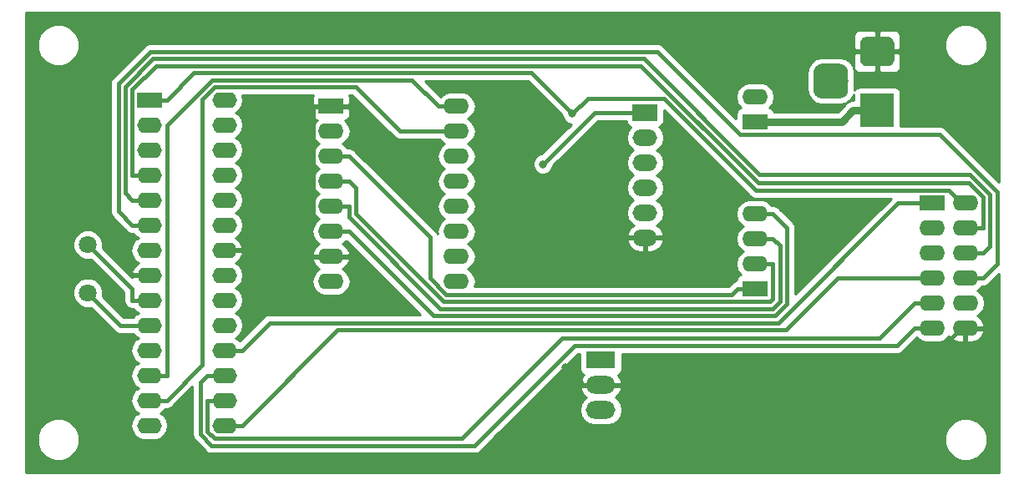
<source format=gbr>
G04 #@! TF.GenerationSoftware,KiCad,Pcbnew,(5.0.1)-rc2*
G04 #@! TF.CreationDate,2020-08-26T14:01:22+08:00*
G04 #@! TF.ProjectId,Peristaltic Pump PCB,506572697374616C7469632050756D70,rev?*
G04 #@! TF.SameCoordinates,PX2ebae40PY9d5b340*
G04 #@! TF.FileFunction,Copper,L2,Bot,Signal*
G04 #@! TF.FilePolarity,Positive*
%FSLAX46Y46*%
G04 Gerber Fmt 4.6, Leading zero omitted, Abs format (unit mm)*
G04 Created by KiCad (PCBNEW (5.0.1)-rc2) date 08/26/20 14:01:22*
%MOMM*%
%LPD*%
G01*
G04 APERTURE LIST*
G04 #@! TA.AperFunction,ComponentPad*
%ADD10C,1.800000*%
G04 #@! TD*
G04 #@! TA.AperFunction,ComponentPad*
%ADD11R,2.500000X1.700000*%
G04 #@! TD*
G04 #@! TA.AperFunction,ComponentPad*
%ADD12O,2.500000X1.700000*%
G04 #@! TD*
G04 #@! TA.AperFunction,ComponentPad*
%ADD13O,2.500000X1.600000*%
G04 #@! TD*
G04 #@! TA.AperFunction,ComponentPad*
%ADD14R,2.500000X1.600000*%
G04 #@! TD*
G04 #@! TA.AperFunction,ComponentPad*
%ADD15R,3.500000X3.500000*%
G04 #@! TD*
G04 #@! TA.AperFunction,Conductor*
%ADD16C,0.100000*%
G04 #@! TD*
G04 #@! TA.AperFunction,ComponentPad*
%ADD17C,3.000000*%
G04 #@! TD*
G04 #@! TA.AperFunction,ComponentPad*
%ADD18C,3.500000*%
G04 #@! TD*
G04 #@! TA.AperFunction,ComponentPad*
%ADD19R,2.600000X1.600000*%
G04 #@! TD*
G04 #@! TA.AperFunction,ComponentPad*
%ADD20O,2.600000X1.600000*%
G04 #@! TD*
G04 #@! TA.AperFunction,ComponentPad*
%ADD21R,3.000000X1.800000*%
G04 #@! TD*
G04 #@! TA.AperFunction,ComponentPad*
%ADD22O,3.000000X1.800000*%
G04 #@! TD*
G04 #@! TA.AperFunction,ViaPad*
%ADD23C,0.800000*%
G04 #@! TD*
G04 #@! TA.AperFunction,Conductor*
%ADD24C,0.400000*%
G04 #@! TD*
G04 #@! TA.AperFunction,Conductor*
%ADD25C,0.800000*%
G04 #@! TD*
G04 #@! TA.AperFunction,Conductor*
%ADD26C,0.254000*%
G04 #@! TD*
G04 APERTURE END LIST*
D10*
G04 #@! TO.P,Y1,1*
G04 #@! TO.N,/XTAL1*
X6975000Y23760000D03*
G04 #@! TO.P,Y1,2*
G04 #@! TO.N,/XTAL2*
X6975000Y18880000D03*
G04 #@! TD*
D11*
G04 #@! TO.P,J1,1*
G04 #@! TO.N,/DTR*
X63475000Y37175000D03*
D12*
G04 #@! TO.P,J1,2*
G04 #@! TO.N,/TXD*
X63475000Y34635000D03*
G04 #@! TO.P,J1,3*
G04 #@! TO.N,/RXD*
X63475000Y32095000D03*
G04 #@! TO.P,J1,4*
G04 #@! TO.N,+5V*
X63475000Y29555000D03*
G04 #@! TO.P,J1,5*
G04 #@! TO.N,N/C*
X63475000Y27015000D03*
G04 #@! TO.P,J1,6*
G04 #@! TO.N,GND*
X63475000Y24475000D03*
G04 #@! TD*
D13*
G04 #@! TO.P,U1,28*
G04 #@! TO.N,N/C*
X20850000Y38445000D03*
G04 #@! TO.P,U1,14*
G04 #@! TO.N,/D8*
X13230000Y5425000D03*
G04 #@! TO.P,U1,27*
G04 #@! TO.N,N/C*
X20850000Y35905000D03*
G04 #@! TO.P,U1,13*
G04 #@! TO.N,/D7*
X13230000Y7965000D03*
G04 #@! TO.P,U1,26*
G04 #@! TO.N,N/C*
X20850000Y33365000D03*
G04 #@! TO.P,U1,12*
G04 #@! TO.N,/D6*
X13230000Y10505000D03*
G04 #@! TO.P,U1,25*
G04 #@! TO.N,N/C*
X20850000Y30825000D03*
G04 #@! TO.P,U1,11*
X13230000Y13045000D03*
G04 #@! TO.P,U1,24*
X20850000Y28285000D03*
G04 #@! TO.P,U1,10*
G04 #@! TO.N,/XTAL2*
X13230000Y15585000D03*
G04 #@! TO.P,U1,23*
G04 #@! TO.N,N/C*
X20850000Y25745000D03*
G04 #@! TO.P,U1,9*
G04 #@! TO.N,/XTAL1*
X13230000Y18125000D03*
G04 #@! TO.P,U1,22*
G04 #@! TO.N,GND*
X20850000Y23205000D03*
G04 #@! TO.P,U1,8*
X13230000Y20665000D03*
G04 #@! TO.P,U1,21*
G04 #@! TO.N,Net-(C3-Pad1)*
X20850000Y20665000D03*
G04 #@! TO.P,U1,7*
G04 #@! TO.N,+5V*
X13230000Y23205000D03*
G04 #@! TO.P,U1,20*
X20850000Y18125000D03*
G04 #@! TO.P,U1,6*
G04 #@! TO.N,/D4*
X13230000Y25745000D03*
G04 #@! TO.P,U1,19*
G04 #@! TO.N,/D13*
X20850000Y15585000D03*
G04 #@! TO.P,U1,5*
G04 #@! TO.N,/D3*
X13230000Y28285000D03*
G04 #@! TO.P,U1,18*
G04 #@! TO.N,/D12*
X20850000Y13045000D03*
G04 #@! TO.P,U1,4*
G04 #@! TO.N,/D2*
X13230000Y30825000D03*
G04 #@! TO.P,U1,17*
G04 #@! TO.N,/D11*
X20850000Y10505000D03*
G04 #@! TO.P,U1,3*
G04 #@! TO.N,/TXD*
X13230000Y33365000D03*
G04 #@! TO.P,U1,16*
G04 #@! TO.N,/D10*
X20850000Y7965000D03*
G04 #@! TO.P,U1,2*
G04 #@! TO.N,/RXD*
X13230000Y35905000D03*
G04 #@! TO.P,U1,15*
G04 #@! TO.N,/D9*
X20850000Y5425000D03*
D14*
G04 #@! TO.P,U1,1*
G04 #@! TO.N,/RST*
X13230000Y38445000D03*
G04 #@! TD*
D15*
G04 #@! TO.P,J3,1*
G04 #@! TO.N,/POWER_SWITCH*
X87000000Y37365000D03*
D16*
G04 #@! TD*
G04 #@! TO.N,GND*
G04 #@! TO.C,J3*
G36*
X88073513Y44861389D02*
X88146318Y44850589D01*
X88217714Y44832705D01*
X88287013Y44807910D01*
X88353548Y44776441D01*
X88416678Y44738602D01*
X88475795Y44694758D01*
X88530330Y44645330D01*
X88579758Y44590795D01*
X88623602Y44531678D01*
X88661441Y44468548D01*
X88692910Y44402013D01*
X88717705Y44332714D01*
X88735589Y44261318D01*
X88746389Y44188513D01*
X88750000Y44115000D01*
X88750000Y42615000D01*
X88746389Y42541487D01*
X88735589Y42468682D01*
X88717705Y42397286D01*
X88692910Y42327987D01*
X88661441Y42261452D01*
X88623602Y42198322D01*
X88579758Y42139205D01*
X88530330Y42084670D01*
X88475795Y42035242D01*
X88416678Y41991398D01*
X88353548Y41953559D01*
X88287013Y41922090D01*
X88217714Y41897295D01*
X88146318Y41879411D01*
X88073513Y41868611D01*
X88000000Y41865000D01*
X86000000Y41865000D01*
X85926487Y41868611D01*
X85853682Y41879411D01*
X85782286Y41897295D01*
X85712987Y41922090D01*
X85646452Y41953559D01*
X85583322Y41991398D01*
X85524205Y42035242D01*
X85469670Y42084670D01*
X85420242Y42139205D01*
X85376398Y42198322D01*
X85338559Y42261452D01*
X85307090Y42327987D01*
X85282295Y42397286D01*
X85264411Y42468682D01*
X85253611Y42541487D01*
X85250000Y42615000D01*
X85250000Y44115000D01*
X85253611Y44188513D01*
X85264411Y44261318D01*
X85282295Y44332714D01*
X85307090Y44402013D01*
X85338559Y44468548D01*
X85376398Y44531678D01*
X85420242Y44590795D01*
X85469670Y44645330D01*
X85524205Y44694758D01*
X85583322Y44738602D01*
X85646452Y44776441D01*
X85712987Y44807910D01*
X85782286Y44832705D01*
X85853682Y44850589D01*
X85926487Y44861389D01*
X86000000Y44865000D01*
X88000000Y44865000D01*
X88073513Y44861389D01*
X88073513Y44861389D01*
G37*
D17*
G04 #@! TO.P,J3,2*
G04 #@! TO.N,GND*
X87000000Y43365000D03*
D16*
G04 #@! TD*
G04 #@! TO.N,N/C*
G04 #@! TO.C,J3*
G36*
X83260765Y42110787D02*
X83345704Y42098187D01*
X83428999Y42077323D01*
X83509848Y42048395D01*
X83587472Y42011681D01*
X83661124Y41967536D01*
X83730094Y41916384D01*
X83793718Y41858718D01*
X83851384Y41795094D01*
X83902536Y41726124D01*
X83946681Y41652472D01*
X83983395Y41574848D01*
X84012323Y41493999D01*
X84033187Y41410704D01*
X84045787Y41325765D01*
X84050000Y41240000D01*
X84050000Y39490000D01*
X84045787Y39404235D01*
X84033187Y39319296D01*
X84012323Y39236001D01*
X83983395Y39155152D01*
X83946681Y39077528D01*
X83902536Y39003876D01*
X83851384Y38934906D01*
X83793718Y38871282D01*
X83730094Y38813616D01*
X83661124Y38762464D01*
X83587472Y38718319D01*
X83509848Y38681605D01*
X83428999Y38652677D01*
X83345704Y38631813D01*
X83260765Y38619213D01*
X83175000Y38615000D01*
X81425000Y38615000D01*
X81339235Y38619213D01*
X81254296Y38631813D01*
X81171001Y38652677D01*
X81090152Y38681605D01*
X81012528Y38718319D01*
X80938876Y38762464D01*
X80869906Y38813616D01*
X80806282Y38871282D01*
X80748616Y38934906D01*
X80697464Y39003876D01*
X80653319Y39077528D01*
X80616605Y39155152D01*
X80587677Y39236001D01*
X80566813Y39319296D01*
X80554213Y39404235D01*
X80550000Y39490000D01*
X80550000Y41240000D01*
X80554213Y41325765D01*
X80566813Y41410704D01*
X80587677Y41493999D01*
X80616605Y41574848D01*
X80653319Y41652472D01*
X80697464Y41726124D01*
X80748616Y41795094D01*
X80806282Y41858718D01*
X80869906Y41916384D01*
X80938876Y41967536D01*
X81012528Y42011681D01*
X81090152Y42048395D01*
X81171001Y42077323D01*
X81254296Y42098187D01*
X81339235Y42110787D01*
X81425000Y42115000D01*
X83175000Y42115000D01*
X83260765Y42110787D01*
X83260765Y42110787D01*
G37*
D18*
G04 #@! TO.P,J3,3*
G04 #@! TO.N,N/C*
X82300000Y40365000D03*
G04 #@! TD*
D19*
G04 #@! TO.P,J4,1*
G04 #@! TO.N,Net-(A1-Pad3)*
X74636000Y19285000D03*
D20*
G04 #@! TO.P,J4,2*
G04 #@! TO.N,Net-(A1-Pad4)*
X74636000Y21825000D03*
G04 #@! TO.P,J4,3*
G04 #@! TO.N,Net-(A1-Pad5)*
X74636000Y24365000D03*
G04 #@! TO.P,J4,4*
G04 #@! TO.N,Net-(A1-Pad6)*
X74636000Y26905000D03*
G04 #@! TD*
G04 #@! TO.P,J5,12*
G04 #@! TO.N,GND*
X95940000Y15300000D03*
G04 #@! TO.P,J5,11*
G04 #@! TO.N,/D11*
X92600000Y15300000D03*
G04 #@! TO.P,J5,10*
G04 #@! TO.N,+5V*
X95940000Y17840000D03*
G04 #@! TO.P,J5,9*
G04 #@! TO.N,/D10*
X92600000Y17840000D03*
G04 #@! TO.P,J5,8*
G04 #@! TO.N,/D4*
X95940000Y20380000D03*
G04 #@! TO.P,J5,7*
G04 #@! TO.N,/D9*
X92600000Y20380000D03*
G04 #@! TO.P,J5,6*
G04 #@! TO.N,/D3*
X95940000Y22920000D03*
G04 #@! TO.P,J5,5*
G04 #@! TO.N,/D8*
X92600000Y22920000D03*
G04 #@! TO.P,J5,4*
G04 #@! TO.N,/D2*
X95940000Y25460000D03*
G04 #@! TO.P,J5,3*
G04 #@! TO.N,/D13*
X92600000Y25460000D03*
G04 #@! TO.P,J5,2*
G04 #@! TO.N,/RST*
X95940000Y28000000D03*
D19*
G04 #@! TO.P,J5,1*
G04 #@! TO.N,/D12*
X92600000Y28000000D03*
G04 #@! TD*
D21*
G04 #@! TO.P,U2,1*
G04 #@! TO.N,+12V*
X59000000Y12080000D03*
D22*
G04 #@! TO.P,U2,2*
G04 #@! TO.N,GND*
X59000000Y9540000D03*
G04 #@! TO.P,U2,3*
G04 #@! TO.N,+5V*
X59000000Y7000000D03*
G04 #@! TD*
D19*
G04 #@! TO.P,A1,1*
G04 #@! TO.N,GND*
X31645000Y37810000D03*
D20*
G04 #@! TO.P,A1,9*
G04 #@! TO.N,N/C*
X44345000Y20030000D03*
G04 #@! TO.P,A1,2*
G04 #@! TO.N,+5V*
X31645000Y35270000D03*
G04 #@! TO.P,A1,10*
G04 #@! TO.N,N/C*
X44345000Y22570000D03*
G04 #@! TO.P,A1,3*
G04 #@! TO.N,Net-(A1-Pad3)*
X31645000Y32730000D03*
G04 #@! TO.P,A1,11*
G04 #@! TO.N,N/C*
X44345000Y25110000D03*
G04 #@! TO.P,A1,4*
G04 #@! TO.N,Net-(A1-Pad4)*
X31645000Y30190000D03*
G04 #@! TO.P,A1,12*
G04 #@! TO.N,N/C*
X44345000Y27650000D03*
G04 #@! TO.P,A1,5*
G04 #@! TO.N,Net-(A1-Pad5)*
X31645000Y27650000D03*
G04 #@! TO.P,A1,13*
G04 #@! TO.N,Net-(A1-Pad13)*
X44345000Y30190000D03*
G04 #@! TO.P,A1,6*
G04 #@! TO.N,Net-(A1-Pad6)*
X31645000Y25110000D03*
G04 #@! TO.P,A1,14*
G04 #@! TO.N,Net-(A1-Pad13)*
X44345000Y32730000D03*
G04 #@! TO.P,A1,7*
G04 #@! TO.N,GND*
X31645000Y22570000D03*
G04 #@! TO.P,A1,15*
G04 #@! TO.N,/D7*
X44345000Y35270000D03*
G04 #@! TO.P,A1,8*
G04 #@! TO.N,+12V*
X31645000Y20030000D03*
G04 #@! TO.P,A1,16*
G04 #@! TO.N,/D6*
X44345000Y37810000D03*
G04 #@! TD*
D19*
G04 #@! TO.P,J2,1*
G04 #@! TO.N,/POWER_SWITCH*
X74636000Y36220000D03*
D20*
G04 #@! TO.P,J2,2*
G04 #@! TO.N,+12V*
X74636000Y38760000D03*
G04 #@! TD*
D23*
G04 #@! TO.N,GND*
X55431600Y11357200D03*
G04 #@! TO.N,/DTR*
X53110300Y31937500D03*
G04 #@! TO.N,/RST*
X56106400Y37032800D03*
G04 #@! TD*
D24*
G04 #@! TO.N,GND*
X56999700Y9789100D02*
X55431600Y11357200D01*
X29844700Y25805300D02*
X28227100Y24187700D01*
X28227100Y24187700D02*
X29844700Y22570000D01*
X28227100Y24187700D02*
X27244400Y23205000D01*
X31645000Y37810000D02*
X29844700Y37810000D01*
X27244400Y23205000D02*
X22600300Y23205000D01*
X31645000Y22570000D02*
X29844700Y22570000D01*
X29844700Y37810000D02*
X29844700Y25805300D01*
X95540000Y15300000D02*
X89780000Y9540000D01*
X89780000Y9540000D02*
X59000000Y9540000D01*
X59000000Y9540000D02*
X56999700Y9540000D01*
X56999700Y9540000D02*
X56999700Y9789100D01*
X20850000Y23205000D02*
X22600300Y23205000D01*
G04 #@! TO.N,Net-(A1-Pad3)*
X41653700Y20375000D02*
X41653700Y24521700D01*
X72271500Y18720800D02*
X43307900Y18720800D01*
X72835700Y19285000D02*
X72271500Y18720800D01*
X74636000Y19285000D02*
X72835700Y19285000D01*
X41653700Y24521700D02*
X41653600Y24521700D01*
X43307900Y18720800D02*
X41653700Y20375000D01*
X31645000Y32730000D02*
X33445300Y32730000D01*
X41653600Y24521700D02*
X33445300Y32730000D01*
G04 #@! TO.N,Net-(A1-Pad4)*
X74636000Y21825000D02*
X76436300Y21825000D01*
X31645000Y30190000D02*
X33445300Y30190000D01*
X34145700Y29489600D02*
X33445300Y30190000D01*
X76436300Y21825000D02*
X76436300Y18275100D01*
X76145800Y17984600D02*
X43053600Y17984600D01*
X43053600Y17984600D02*
X34145700Y26892500D01*
X76436300Y18275100D02*
X76145800Y17984600D01*
X34145700Y26892500D02*
X34145700Y29489600D01*
G04 #@! TO.N,Net-(A1-Pad5)*
X31645000Y27650000D02*
X33445300Y27650000D01*
X74636000Y24365000D02*
X76436300Y24365000D01*
X76391000Y17239500D02*
X42730800Y17239500D01*
X42730800Y17239500D02*
X33445300Y26525000D01*
X77136600Y17985100D02*
X76391000Y17239500D01*
X77136600Y23664700D02*
X77136600Y17985100D01*
X76436300Y24365000D02*
X77136600Y23664700D01*
X33445300Y26525000D02*
X33445300Y27650000D01*
G04 #@! TO.N,Net-(A1-Pad6)*
X74636000Y26905000D02*
X76436300Y26905000D01*
X77865700Y25475600D02*
X77865700Y17723900D01*
X76681000Y16539200D02*
X42016100Y16539200D01*
X31645000Y25110000D02*
X33445300Y25110000D01*
X76436300Y26905000D02*
X77865700Y25475600D01*
X77865700Y17723900D02*
X76681000Y16539200D01*
X42016100Y16539200D02*
X33445300Y25110000D01*
G04 #@! TO.N,/D7*
X13230000Y7965000D02*
X14980300Y7965000D01*
X34111400Y39783100D02*
X38624500Y35270000D01*
X38624500Y35270000D02*
X44345000Y35270000D01*
X18562400Y11547100D02*
X18562400Y38486100D01*
X14980300Y7965000D02*
X18562400Y11547100D01*
X19859400Y39783100D02*
X34111400Y39783100D01*
X18562400Y38486100D02*
X19859400Y39783100D01*
G04 #@! TO.N,/D6*
X39864200Y40490500D02*
X19573800Y40490500D01*
X42544700Y37810000D02*
X39864200Y40490500D01*
X13230000Y10505000D02*
X14980300Y10505000D01*
X19573800Y40490500D02*
X14980300Y35897000D01*
X14980300Y35897000D02*
X14980300Y10505000D01*
X44345000Y37810000D02*
X42544700Y37810000D01*
G04 #@! TO.N,/XTAL1*
X11479700Y19255300D02*
X6975000Y23760000D01*
X11479700Y18125000D02*
X11479700Y19255300D01*
X13230000Y18125000D02*
X11479700Y18125000D01*
G04 #@! TO.N,/XTAL2*
X10270000Y15585000D02*
X6975000Y18880000D01*
X13230000Y15585000D02*
X10270000Y15585000D01*
G04 #@! TO.N,/DTR*
X63475000Y37175000D02*
X58347800Y37175000D01*
X58347800Y37175000D02*
X53110300Y31937500D01*
G04 #@! TO.N,/RST*
X65359800Y38608500D02*
X57682100Y38608500D01*
X13230000Y38445000D02*
X14980300Y38445000D01*
X74667900Y29300400D02*
X65359800Y38608500D01*
X51931600Y41207600D02*
X56106400Y37032800D01*
X57682100Y38608500D02*
X56106400Y37032800D01*
X94239600Y29300400D02*
X74667900Y29300400D01*
X95540000Y28000000D02*
X94239600Y29300400D01*
X17742900Y41207600D02*
X51931600Y41207600D01*
X14980300Y38445000D02*
X17742900Y41207600D01*
D25*
G04 #@! TO.N,/POWER_SWITCH*
X83404700Y36220000D02*
X74636000Y36220000D01*
X84549700Y37365000D02*
X83404700Y36220000D01*
X87000000Y37365000D02*
X84549700Y37365000D01*
D24*
G04 #@! TO.N,/D11*
X46202000Y3401100D02*
X56341700Y13540800D01*
X56341700Y13540800D02*
X89040500Y13540800D01*
X19525900Y3401100D02*
X46202000Y3401100D01*
X20850000Y10505000D02*
X19099700Y10505000D01*
X19099700Y10505000D02*
X18399400Y9804700D01*
X89040500Y13540800D02*
X90799700Y15300000D01*
X18399400Y9804700D02*
X18399400Y4527600D01*
X93000000Y15300000D02*
X90799700Y15300000D01*
X18399400Y4527600D02*
X19525900Y3401100D01*
G04 #@! TO.N,/D10*
X44911300Y4101400D02*
X55073100Y14263200D01*
X55073100Y14263200D02*
X87222900Y14263200D01*
X20850000Y7965000D02*
X19099700Y7965000D01*
X19815900Y4101400D02*
X44911300Y4101400D01*
X87222900Y14263200D02*
X90799700Y17840000D01*
X19099700Y4817600D02*
X19815900Y4101400D01*
X93000000Y17840000D02*
X90799700Y17840000D01*
X19099700Y7965000D02*
X19099700Y4817600D01*
G04 #@! TO.N,/D4*
X97740300Y20380000D02*
X99140900Y21780600D01*
X99140900Y21780600D02*
X99140900Y29137000D01*
X93358300Y34919600D02*
X73125700Y34919600D01*
X13313600Y43317200D02*
X10079100Y40082700D01*
X10079100Y40082700D02*
X10079100Y27145600D01*
X10079100Y27145600D02*
X11479700Y25745000D01*
X95540000Y20380000D02*
X97740300Y20380000D01*
X13230000Y25745000D02*
X11479700Y25745000D01*
X64728100Y43317200D02*
X13313600Y43317200D01*
X73125700Y34919600D02*
X64728100Y43317200D01*
X99140900Y29137000D02*
X93358300Y34919600D01*
G04 #@! TO.N,/D9*
X82997500Y20380000D02*
X77756000Y15138500D01*
X32313800Y15138500D02*
X22600300Y5425000D01*
X93000000Y20380000D02*
X82997500Y20380000D01*
X20850000Y5425000D02*
X22600300Y5425000D01*
X77756000Y15138500D02*
X32313800Y15138500D01*
G04 #@! TO.N,/D3*
X97740300Y22920000D02*
X98440600Y23620300D01*
X63332400Y42616900D02*
X13603600Y42616900D01*
X13603600Y42616900D02*
X10779400Y39792700D01*
X10779400Y39792700D02*
X10779400Y28985300D01*
X95540000Y22920000D02*
X97740300Y22920000D01*
X10779400Y28985300D02*
X11479700Y28285000D01*
X98440600Y23620300D02*
X98440600Y28847000D01*
X96381200Y30906400D02*
X75042900Y30906400D01*
X98440600Y28847000D02*
X96381200Y30906400D01*
X13230000Y28285000D02*
X11479700Y28285000D01*
X75042900Y30906400D02*
X63332400Y42616900D01*
G04 #@! TO.N,/D2*
X74958000Y30000800D02*
X63042200Y41916600D01*
X96296500Y30000800D02*
X74958000Y30000800D01*
X95540000Y25460000D02*
X97740300Y25460000D01*
X63042200Y41916600D02*
X13893600Y41916600D01*
X97740300Y25460000D02*
X97740300Y28557000D01*
X11479700Y39502700D02*
X11479700Y30825000D01*
X13893600Y41916600D02*
X11479700Y39502700D01*
X97740300Y28557000D02*
X96296500Y30000800D01*
X13230000Y30825000D02*
X11479700Y30825000D01*
G04 #@! TO.N,/D12*
X20850000Y13045000D02*
X22600300Y13045000D01*
X93000000Y28000000D02*
X89132200Y28000000D01*
X89132200Y28000000D02*
X76971100Y15838900D01*
X76971100Y15838900D02*
X25394200Y15838900D01*
X25394200Y15838900D02*
X22600300Y13045000D01*
G04 #@! TD*
D26*
G04 #@! TO.N,GND*
G36*
X99315001Y30143768D02*
X94006887Y35451880D01*
X93960301Y35521601D01*
X93684101Y35706152D01*
X93440537Y35754600D01*
X93440533Y35754600D01*
X93358300Y35770957D01*
X93276067Y35754600D01*
X89397440Y35754600D01*
X89397440Y39115000D01*
X89348157Y39362765D01*
X89207809Y39572809D01*
X88997765Y39713157D01*
X88750000Y39762440D01*
X85250000Y39762440D01*
X85002235Y39713157D01*
X84792191Y39572809D01*
X84680731Y39405999D01*
X84697440Y39490000D01*
X84697440Y41240000D01*
X84581551Y41822613D01*
X84251528Y42316528D01*
X83757613Y42646551D01*
X83175000Y42762440D01*
X81425000Y42762440D01*
X80842387Y42646551D01*
X80348472Y42316528D01*
X80018449Y41822613D01*
X79902560Y41240000D01*
X79902560Y39490000D01*
X80018449Y38907387D01*
X80348472Y38413472D01*
X80842387Y38083449D01*
X81425000Y37967560D01*
X83175000Y37967560D01*
X83757613Y38083449D01*
X84251528Y38413472D01*
X84581551Y38907387D01*
X84602560Y39013006D01*
X84602560Y38409761D01*
X84549700Y38420276D01*
X84447765Y38400000D01*
X84145863Y38339948D01*
X83803507Y38111193D01*
X83745765Y38024776D01*
X82975990Y37255000D01*
X76536696Y37255000D01*
X76534157Y37267765D01*
X76393809Y37477809D01*
X76183765Y37618157D01*
X76049894Y37644785D01*
X76170577Y37725423D01*
X76487740Y38200091D01*
X76599113Y38760000D01*
X76487740Y39319909D01*
X76170577Y39794577D01*
X75695909Y40111740D01*
X75277333Y40195000D01*
X73994667Y40195000D01*
X73576091Y40111740D01*
X73101423Y39794577D01*
X72784260Y39319909D01*
X72672887Y38760000D01*
X72784260Y38200091D01*
X73101423Y37725423D01*
X73222106Y37644785D01*
X73088235Y37618157D01*
X72878191Y37477809D01*
X72737843Y37267765D01*
X72688560Y37020000D01*
X72688560Y36537608D01*
X66146918Y43079250D01*
X84615000Y43079250D01*
X84615000Y41738691D01*
X84711673Y41505302D01*
X84890301Y41326673D01*
X85123690Y41230000D01*
X86714250Y41230000D01*
X86873000Y41388750D01*
X86873000Y43238000D01*
X87127000Y43238000D01*
X87127000Y41388750D01*
X87285750Y41230000D01*
X88876310Y41230000D01*
X89109699Y41326673D01*
X89288327Y41505302D01*
X89385000Y41738691D01*
X89385000Y43079250D01*
X89226250Y43238000D01*
X87127000Y43238000D01*
X86873000Y43238000D01*
X84773750Y43238000D01*
X84615000Y43079250D01*
X66146918Y43079250D01*
X65376687Y43849480D01*
X65330101Y43919201D01*
X65053901Y44103752D01*
X64810337Y44152200D01*
X64810333Y44152200D01*
X64728100Y44168557D01*
X64645867Y44152200D01*
X13395837Y44152200D01*
X13313600Y44168558D01*
X13231363Y44152200D01*
X12987799Y44103752D01*
X12711599Y43919201D01*
X12665015Y43849483D01*
X9546820Y40731287D01*
X9477099Y40684701D01*
X9292548Y40408500D01*
X9244100Y40164936D01*
X9244100Y40164933D01*
X9227743Y40082700D01*
X9244100Y40000467D01*
X9244101Y27227838D01*
X9227743Y27145600D01*
X9292548Y26819800D01*
X9319424Y26779577D01*
X9477100Y26543599D01*
X9546818Y26497015D01*
X10831115Y25212718D01*
X10877699Y25142999D01*
X11153899Y24958448D01*
X11397463Y24910000D01*
X11479700Y24893642D01*
X11561937Y24910000D01*
X11612070Y24910000D01*
X11745423Y24710423D01*
X12097758Y24475000D01*
X11745423Y24239577D01*
X11428260Y23764909D01*
X11316887Y23205000D01*
X11428260Y22645091D01*
X11745423Y22170423D01*
X12101499Y21932501D01*
X11675500Y21589896D01*
X11405633Y21096819D01*
X11388096Y21014039D01*
X11510085Y20792000D01*
X13103000Y20792000D01*
X13103000Y20812000D01*
X13357000Y20812000D01*
X13357000Y20792000D01*
X13377000Y20792000D01*
X13377000Y20538000D01*
X13357000Y20538000D01*
X13357000Y20518000D01*
X13103000Y20518000D01*
X13103000Y20538000D01*
X11510085Y20538000D01*
X11463202Y20452666D01*
X8495706Y23420161D01*
X8510000Y23454670D01*
X8510000Y24065330D01*
X8276310Y24629507D01*
X7844507Y25061310D01*
X7280330Y25295000D01*
X6669670Y25295000D01*
X6105493Y25061310D01*
X5673690Y24629507D01*
X5440000Y24065330D01*
X5440000Y23454670D01*
X5673690Y22890493D01*
X6105493Y22458690D01*
X6669670Y22225000D01*
X7280330Y22225000D01*
X7314839Y22239294D01*
X10644701Y18909431D01*
X10644700Y18207238D01*
X10628342Y18125000D01*
X10693148Y17799199D01*
X10849434Y17565301D01*
X10877699Y17522999D01*
X11153899Y17338448D01*
X11479700Y17273642D01*
X11561937Y17290000D01*
X11612070Y17290000D01*
X11745423Y17090423D01*
X12097758Y16855000D01*
X11745423Y16619577D01*
X11612070Y16420000D01*
X10615868Y16420000D01*
X8495706Y18540161D01*
X8510000Y18574670D01*
X8510000Y19185330D01*
X8276310Y19749507D01*
X7844507Y20181310D01*
X7280330Y20415000D01*
X6669670Y20415000D01*
X6105493Y20181310D01*
X5673690Y19749507D01*
X5440000Y19185330D01*
X5440000Y18574670D01*
X5673690Y18010493D01*
X6105493Y17578690D01*
X6669670Y17345000D01*
X7280330Y17345000D01*
X7314839Y17359294D01*
X9621415Y15052717D01*
X9667999Y14982999D01*
X9944199Y14798448D01*
X10187763Y14750000D01*
X10270000Y14733642D01*
X10352237Y14750000D01*
X11612070Y14750000D01*
X11745423Y14550423D01*
X12097758Y14315000D01*
X11745423Y14079577D01*
X11428260Y13604909D01*
X11316887Y13045000D01*
X11428260Y12485091D01*
X11745423Y12010423D01*
X12097758Y11775000D01*
X11745423Y11539577D01*
X11428260Y11064909D01*
X11316887Y10505000D01*
X11428260Y9945091D01*
X11745423Y9470423D01*
X12097758Y9235000D01*
X11745423Y8999577D01*
X11428260Y8524909D01*
X11316887Y7965000D01*
X11428260Y7405091D01*
X11745423Y6930423D01*
X12097758Y6695000D01*
X11745423Y6459577D01*
X11428260Y5984909D01*
X11316887Y5425000D01*
X11428260Y4865091D01*
X11745423Y4390423D01*
X12220091Y4073260D01*
X12638667Y3990000D01*
X13821333Y3990000D01*
X14239909Y4073260D01*
X14714577Y4390423D01*
X15031740Y4865091D01*
X15143113Y5425000D01*
X15031740Y5984909D01*
X14714577Y6459577D01*
X14362242Y6695000D01*
X14714577Y6930423D01*
X14847930Y7130000D01*
X14898067Y7130000D01*
X14980300Y7113643D01*
X15062533Y7130000D01*
X15062537Y7130000D01*
X15306101Y7178448D01*
X15582301Y7362999D01*
X15628887Y7432720D01*
X17564400Y9368232D01*
X17564401Y4609838D01*
X17548043Y4527600D01*
X17612848Y4201800D01*
X17679933Y4101400D01*
X17797400Y3925599D01*
X17867118Y3879015D01*
X18877315Y2868818D01*
X18923899Y2799099D01*
X19200099Y2614548D01*
X19443663Y2566100D01*
X19525900Y2549742D01*
X19608137Y2566100D01*
X46119767Y2566100D01*
X46202000Y2549743D01*
X46284233Y2566100D01*
X46284237Y2566100D01*
X46527801Y2614548D01*
X46804001Y2799099D01*
X46850587Y2868820D01*
X48406445Y4424678D01*
X93865000Y4424678D01*
X93865000Y3575322D01*
X94190034Y2790620D01*
X94790620Y2190034D01*
X95575322Y1865000D01*
X96424678Y1865000D01*
X97209380Y2190034D01*
X97809966Y2790620D01*
X98135000Y3575322D01*
X98135000Y4424678D01*
X97809966Y5209380D01*
X97209380Y5809966D01*
X96424678Y6135000D01*
X95575322Y6135000D01*
X94790620Y5809966D01*
X94190034Y5209380D01*
X93865000Y4424678D01*
X48406445Y4424678D01*
X50981767Y7000000D01*
X56834928Y7000000D01*
X56954062Y6401073D01*
X57293327Y5893327D01*
X57801073Y5554062D01*
X58248818Y5465000D01*
X59751182Y5465000D01*
X60198927Y5554062D01*
X60706673Y5893327D01*
X61045938Y6401073D01*
X61165072Y7000000D01*
X61045938Y7598927D01*
X60706673Y8106673D01*
X60444723Y8281703D01*
X60775212Y8544394D01*
X61066756Y9069914D01*
X61091036Y9175260D01*
X60970378Y9413000D01*
X59127000Y9413000D01*
X59127000Y9393000D01*
X58873000Y9393000D01*
X58873000Y9413000D01*
X57029622Y9413000D01*
X56908964Y9175260D01*
X56933244Y9069914D01*
X57224788Y8544394D01*
X57555277Y8281703D01*
X57293327Y8106673D01*
X56954062Y7598927D01*
X56834928Y7000000D01*
X50981767Y7000000D01*
X56687569Y12705800D01*
X56852560Y12705800D01*
X56852560Y11180000D01*
X56901843Y10932235D01*
X57042191Y10722191D01*
X57252235Y10581843D01*
X57276809Y10576955D01*
X57224788Y10535606D01*
X56933244Y10010086D01*
X56908964Y9904740D01*
X57029622Y9667000D01*
X58873000Y9667000D01*
X58873000Y9687000D01*
X59127000Y9687000D01*
X59127000Y9667000D01*
X60970378Y9667000D01*
X61091036Y9904740D01*
X61066756Y10010086D01*
X60775212Y10535606D01*
X60723191Y10576955D01*
X60747765Y10581843D01*
X60957809Y10722191D01*
X61098157Y10932235D01*
X61147440Y11180000D01*
X61147440Y12705800D01*
X88958267Y12705800D01*
X89040500Y12689443D01*
X89122733Y12705800D01*
X89122737Y12705800D01*
X89366301Y12754248D01*
X89642501Y12938799D01*
X89689087Y13008520D01*
X91017585Y14337017D01*
X91065423Y14265423D01*
X91540091Y13948260D01*
X91958667Y13865000D01*
X93241333Y13865000D01*
X93659909Y13948260D01*
X94134577Y14265423D01*
X94278028Y14480112D01*
X94335500Y14375104D01*
X94773517Y14022834D01*
X95313000Y13865000D01*
X95813000Y13865000D01*
X95813000Y15173000D01*
X96067000Y15173000D01*
X96067000Y13865000D01*
X96567000Y13865000D01*
X97106483Y14022834D01*
X97544500Y14375104D01*
X97814367Y14868181D01*
X97831904Y14950961D01*
X97709915Y15173000D01*
X96067000Y15173000D01*
X95813000Y15173000D01*
X95793000Y15173000D01*
X95793000Y15427000D01*
X95813000Y15427000D01*
X95813000Y15447000D01*
X96067000Y15447000D01*
X96067000Y15427000D01*
X97709915Y15427000D01*
X97831904Y15649039D01*
X97814367Y15731819D01*
X97544500Y16224896D01*
X97118501Y16567501D01*
X97474577Y16805423D01*
X97791740Y17280091D01*
X97903113Y17840000D01*
X97791740Y18399909D01*
X97474577Y18874577D01*
X97122242Y19110000D01*
X97474577Y19345423D01*
X97607930Y19545000D01*
X97658067Y19545000D01*
X97740300Y19528643D01*
X97822533Y19545000D01*
X97822537Y19545000D01*
X98066101Y19593448D01*
X98342301Y19777999D01*
X98388887Y19847720D01*
X99315000Y20773833D01*
X99315000Y685000D01*
X685000Y685000D01*
X685000Y4424678D01*
X1865000Y4424678D01*
X1865000Y3575322D01*
X2190034Y2790620D01*
X2790620Y2190034D01*
X3575322Y1865000D01*
X4424678Y1865000D01*
X5209380Y2190034D01*
X5809966Y2790620D01*
X6135000Y3575322D01*
X6135000Y4424678D01*
X5809966Y5209380D01*
X5209380Y5809966D01*
X4424678Y6135000D01*
X3575322Y6135000D01*
X2790620Y5809966D01*
X2190034Y5209380D01*
X1865000Y4424678D01*
X685000Y4424678D01*
X685000Y44424678D01*
X1865000Y44424678D01*
X1865000Y43575322D01*
X2190034Y42790620D01*
X2790620Y42190034D01*
X3575322Y41865000D01*
X4424678Y41865000D01*
X5209380Y42190034D01*
X5809966Y42790620D01*
X6135000Y43575322D01*
X6135000Y44424678D01*
X5900294Y44991309D01*
X84615000Y44991309D01*
X84615000Y43650750D01*
X84773750Y43492000D01*
X86873000Y43492000D01*
X86873000Y45341250D01*
X87127000Y45341250D01*
X87127000Y43492000D01*
X89226250Y43492000D01*
X89385000Y43650750D01*
X89385000Y44424678D01*
X93865000Y44424678D01*
X93865000Y43575322D01*
X94190034Y42790620D01*
X94790620Y42190034D01*
X95575322Y41865000D01*
X96424678Y41865000D01*
X97209380Y42190034D01*
X97809966Y42790620D01*
X98135000Y43575322D01*
X98135000Y44424678D01*
X97809966Y45209380D01*
X97209380Y45809966D01*
X96424678Y46135000D01*
X95575322Y46135000D01*
X94790620Y45809966D01*
X94190034Y45209380D01*
X93865000Y44424678D01*
X89385000Y44424678D01*
X89385000Y44991309D01*
X89288327Y45224698D01*
X89109699Y45403327D01*
X88876310Y45500000D01*
X87285750Y45500000D01*
X87127000Y45341250D01*
X86873000Y45341250D01*
X86714250Y45500000D01*
X85123690Y45500000D01*
X84890301Y45403327D01*
X84711673Y45224698D01*
X84615000Y44991309D01*
X5900294Y44991309D01*
X5809966Y45209380D01*
X5209380Y45809966D01*
X4424678Y46135000D01*
X3575322Y46135000D01*
X2790620Y45809966D01*
X2190034Y45209380D01*
X1865000Y44424678D01*
X685000Y44424678D01*
X685000Y47315000D01*
X99315001Y47315000D01*
X99315001Y30143768D01*
X99315001Y30143768D01*
G37*
X99315001Y30143768D02*
X94006887Y35451880D01*
X93960301Y35521601D01*
X93684101Y35706152D01*
X93440537Y35754600D01*
X93440533Y35754600D01*
X93358300Y35770957D01*
X93276067Y35754600D01*
X89397440Y35754600D01*
X89397440Y39115000D01*
X89348157Y39362765D01*
X89207809Y39572809D01*
X88997765Y39713157D01*
X88750000Y39762440D01*
X85250000Y39762440D01*
X85002235Y39713157D01*
X84792191Y39572809D01*
X84680731Y39405999D01*
X84697440Y39490000D01*
X84697440Y41240000D01*
X84581551Y41822613D01*
X84251528Y42316528D01*
X83757613Y42646551D01*
X83175000Y42762440D01*
X81425000Y42762440D01*
X80842387Y42646551D01*
X80348472Y42316528D01*
X80018449Y41822613D01*
X79902560Y41240000D01*
X79902560Y39490000D01*
X80018449Y38907387D01*
X80348472Y38413472D01*
X80842387Y38083449D01*
X81425000Y37967560D01*
X83175000Y37967560D01*
X83757613Y38083449D01*
X84251528Y38413472D01*
X84581551Y38907387D01*
X84602560Y39013006D01*
X84602560Y38409761D01*
X84549700Y38420276D01*
X84447765Y38400000D01*
X84145863Y38339948D01*
X83803507Y38111193D01*
X83745765Y38024776D01*
X82975990Y37255000D01*
X76536696Y37255000D01*
X76534157Y37267765D01*
X76393809Y37477809D01*
X76183765Y37618157D01*
X76049894Y37644785D01*
X76170577Y37725423D01*
X76487740Y38200091D01*
X76599113Y38760000D01*
X76487740Y39319909D01*
X76170577Y39794577D01*
X75695909Y40111740D01*
X75277333Y40195000D01*
X73994667Y40195000D01*
X73576091Y40111740D01*
X73101423Y39794577D01*
X72784260Y39319909D01*
X72672887Y38760000D01*
X72784260Y38200091D01*
X73101423Y37725423D01*
X73222106Y37644785D01*
X73088235Y37618157D01*
X72878191Y37477809D01*
X72737843Y37267765D01*
X72688560Y37020000D01*
X72688560Y36537608D01*
X66146918Y43079250D01*
X84615000Y43079250D01*
X84615000Y41738691D01*
X84711673Y41505302D01*
X84890301Y41326673D01*
X85123690Y41230000D01*
X86714250Y41230000D01*
X86873000Y41388750D01*
X86873000Y43238000D01*
X87127000Y43238000D01*
X87127000Y41388750D01*
X87285750Y41230000D01*
X88876310Y41230000D01*
X89109699Y41326673D01*
X89288327Y41505302D01*
X89385000Y41738691D01*
X89385000Y43079250D01*
X89226250Y43238000D01*
X87127000Y43238000D01*
X86873000Y43238000D01*
X84773750Y43238000D01*
X84615000Y43079250D01*
X66146918Y43079250D01*
X65376687Y43849480D01*
X65330101Y43919201D01*
X65053901Y44103752D01*
X64810337Y44152200D01*
X64810333Y44152200D01*
X64728100Y44168557D01*
X64645867Y44152200D01*
X13395837Y44152200D01*
X13313600Y44168558D01*
X13231363Y44152200D01*
X12987799Y44103752D01*
X12711599Y43919201D01*
X12665015Y43849483D01*
X9546820Y40731287D01*
X9477099Y40684701D01*
X9292548Y40408500D01*
X9244100Y40164936D01*
X9244100Y40164933D01*
X9227743Y40082700D01*
X9244100Y40000467D01*
X9244101Y27227838D01*
X9227743Y27145600D01*
X9292548Y26819800D01*
X9319424Y26779577D01*
X9477100Y26543599D01*
X9546818Y26497015D01*
X10831115Y25212718D01*
X10877699Y25142999D01*
X11153899Y24958448D01*
X11397463Y24910000D01*
X11479700Y24893642D01*
X11561937Y24910000D01*
X11612070Y24910000D01*
X11745423Y24710423D01*
X12097758Y24475000D01*
X11745423Y24239577D01*
X11428260Y23764909D01*
X11316887Y23205000D01*
X11428260Y22645091D01*
X11745423Y22170423D01*
X12101499Y21932501D01*
X11675500Y21589896D01*
X11405633Y21096819D01*
X11388096Y21014039D01*
X11510085Y20792000D01*
X13103000Y20792000D01*
X13103000Y20812000D01*
X13357000Y20812000D01*
X13357000Y20792000D01*
X13377000Y20792000D01*
X13377000Y20538000D01*
X13357000Y20538000D01*
X13357000Y20518000D01*
X13103000Y20518000D01*
X13103000Y20538000D01*
X11510085Y20538000D01*
X11463202Y20452666D01*
X8495706Y23420161D01*
X8510000Y23454670D01*
X8510000Y24065330D01*
X8276310Y24629507D01*
X7844507Y25061310D01*
X7280330Y25295000D01*
X6669670Y25295000D01*
X6105493Y25061310D01*
X5673690Y24629507D01*
X5440000Y24065330D01*
X5440000Y23454670D01*
X5673690Y22890493D01*
X6105493Y22458690D01*
X6669670Y22225000D01*
X7280330Y22225000D01*
X7314839Y22239294D01*
X10644701Y18909431D01*
X10644700Y18207238D01*
X10628342Y18125000D01*
X10693148Y17799199D01*
X10849434Y17565301D01*
X10877699Y17522999D01*
X11153899Y17338448D01*
X11479700Y17273642D01*
X11561937Y17290000D01*
X11612070Y17290000D01*
X11745423Y17090423D01*
X12097758Y16855000D01*
X11745423Y16619577D01*
X11612070Y16420000D01*
X10615868Y16420000D01*
X8495706Y18540161D01*
X8510000Y18574670D01*
X8510000Y19185330D01*
X8276310Y19749507D01*
X7844507Y20181310D01*
X7280330Y20415000D01*
X6669670Y20415000D01*
X6105493Y20181310D01*
X5673690Y19749507D01*
X5440000Y19185330D01*
X5440000Y18574670D01*
X5673690Y18010493D01*
X6105493Y17578690D01*
X6669670Y17345000D01*
X7280330Y17345000D01*
X7314839Y17359294D01*
X9621415Y15052717D01*
X9667999Y14982999D01*
X9944199Y14798448D01*
X10187763Y14750000D01*
X10270000Y14733642D01*
X10352237Y14750000D01*
X11612070Y14750000D01*
X11745423Y14550423D01*
X12097758Y14315000D01*
X11745423Y14079577D01*
X11428260Y13604909D01*
X11316887Y13045000D01*
X11428260Y12485091D01*
X11745423Y12010423D01*
X12097758Y11775000D01*
X11745423Y11539577D01*
X11428260Y11064909D01*
X11316887Y10505000D01*
X11428260Y9945091D01*
X11745423Y9470423D01*
X12097758Y9235000D01*
X11745423Y8999577D01*
X11428260Y8524909D01*
X11316887Y7965000D01*
X11428260Y7405091D01*
X11745423Y6930423D01*
X12097758Y6695000D01*
X11745423Y6459577D01*
X11428260Y5984909D01*
X11316887Y5425000D01*
X11428260Y4865091D01*
X11745423Y4390423D01*
X12220091Y4073260D01*
X12638667Y3990000D01*
X13821333Y3990000D01*
X14239909Y4073260D01*
X14714577Y4390423D01*
X15031740Y4865091D01*
X15143113Y5425000D01*
X15031740Y5984909D01*
X14714577Y6459577D01*
X14362242Y6695000D01*
X14714577Y6930423D01*
X14847930Y7130000D01*
X14898067Y7130000D01*
X14980300Y7113643D01*
X15062533Y7130000D01*
X15062537Y7130000D01*
X15306101Y7178448D01*
X15582301Y7362999D01*
X15628887Y7432720D01*
X17564400Y9368232D01*
X17564401Y4609838D01*
X17548043Y4527600D01*
X17612848Y4201800D01*
X17679933Y4101400D01*
X17797400Y3925599D01*
X17867118Y3879015D01*
X18877315Y2868818D01*
X18923899Y2799099D01*
X19200099Y2614548D01*
X19443663Y2566100D01*
X19525900Y2549742D01*
X19608137Y2566100D01*
X46119767Y2566100D01*
X46202000Y2549743D01*
X46284233Y2566100D01*
X46284237Y2566100D01*
X46527801Y2614548D01*
X46804001Y2799099D01*
X46850587Y2868820D01*
X48406445Y4424678D01*
X93865000Y4424678D01*
X93865000Y3575322D01*
X94190034Y2790620D01*
X94790620Y2190034D01*
X95575322Y1865000D01*
X96424678Y1865000D01*
X97209380Y2190034D01*
X97809966Y2790620D01*
X98135000Y3575322D01*
X98135000Y4424678D01*
X97809966Y5209380D01*
X97209380Y5809966D01*
X96424678Y6135000D01*
X95575322Y6135000D01*
X94790620Y5809966D01*
X94190034Y5209380D01*
X93865000Y4424678D01*
X48406445Y4424678D01*
X50981767Y7000000D01*
X56834928Y7000000D01*
X56954062Y6401073D01*
X57293327Y5893327D01*
X57801073Y5554062D01*
X58248818Y5465000D01*
X59751182Y5465000D01*
X60198927Y5554062D01*
X60706673Y5893327D01*
X61045938Y6401073D01*
X61165072Y7000000D01*
X61045938Y7598927D01*
X60706673Y8106673D01*
X60444723Y8281703D01*
X60775212Y8544394D01*
X61066756Y9069914D01*
X61091036Y9175260D01*
X60970378Y9413000D01*
X59127000Y9413000D01*
X59127000Y9393000D01*
X58873000Y9393000D01*
X58873000Y9413000D01*
X57029622Y9413000D01*
X56908964Y9175260D01*
X56933244Y9069914D01*
X57224788Y8544394D01*
X57555277Y8281703D01*
X57293327Y8106673D01*
X56954062Y7598927D01*
X56834928Y7000000D01*
X50981767Y7000000D01*
X56687569Y12705800D01*
X56852560Y12705800D01*
X56852560Y11180000D01*
X56901843Y10932235D01*
X57042191Y10722191D01*
X57252235Y10581843D01*
X57276809Y10576955D01*
X57224788Y10535606D01*
X56933244Y10010086D01*
X56908964Y9904740D01*
X57029622Y9667000D01*
X58873000Y9667000D01*
X58873000Y9687000D01*
X59127000Y9687000D01*
X59127000Y9667000D01*
X60970378Y9667000D01*
X61091036Y9904740D01*
X61066756Y10010086D01*
X60775212Y10535606D01*
X60723191Y10576955D01*
X60747765Y10581843D01*
X60957809Y10722191D01*
X61098157Y10932235D01*
X61147440Y11180000D01*
X61147440Y12705800D01*
X88958267Y12705800D01*
X89040500Y12689443D01*
X89122733Y12705800D01*
X89122737Y12705800D01*
X89366301Y12754248D01*
X89642501Y12938799D01*
X89689087Y13008520D01*
X91017585Y14337017D01*
X91065423Y14265423D01*
X91540091Y13948260D01*
X91958667Y13865000D01*
X93241333Y13865000D01*
X93659909Y13948260D01*
X94134577Y14265423D01*
X94278028Y14480112D01*
X94335500Y14375104D01*
X94773517Y14022834D01*
X95313000Y13865000D01*
X95813000Y13865000D01*
X95813000Y15173000D01*
X96067000Y15173000D01*
X96067000Y13865000D01*
X96567000Y13865000D01*
X97106483Y14022834D01*
X97544500Y14375104D01*
X97814367Y14868181D01*
X97831904Y14950961D01*
X97709915Y15173000D01*
X96067000Y15173000D01*
X95813000Y15173000D01*
X95793000Y15173000D01*
X95793000Y15427000D01*
X95813000Y15427000D01*
X95813000Y15447000D01*
X96067000Y15447000D01*
X96067000Y15427000D01*
X97709915Y15427000D01*
X97831904Y15649039D01*
X97814367Y15731819D01*
X97544500Y16224896D01*
X97118501Y16567501D01*
X97474577Y16805423D01*
X97791740Y17280091D01*
X97903113Y17840000D01*
X97791740Y18399909D01*
X97474577Y18874577D01*
X97122242Y19110000D01*
X97474577Y19345423D01*
X97607930Y19545000D01*
X97658067Y19545000D01*
X97740300Y19528643D01*
X97822533Y19545000D01*
X97822537Y19545000D01*
X98066101Y19593448D01*
X98342301Y19777999D01*
X98388887Y19847720D01*
X99315000Y20773833D01*
X99315000Y685000D01*
X685000Y685000D01*
X685000Y4424678D01*
X1865000Y4424678D01*
X1865000Y3575322D01*
X2190034Y2790620D01*
X2790620Y2190034D01*
X3575322Y1865000D01*
X4424678Y1865000D01*
X5209380Y2190034D01*
X5809966Y2790620D01*
X6135000Y3575322D01*
X6135000Y4424678D01*
X5809966Y5209380D01*
X5209380Y5809966D01*
X4424678Y6135000D01*
X3575322Y6135000D01*
X2790620Y5809966D01*
X2190034Y5209380D01*
X1865000Y4424678D01*
X685000Y4424678D01*
X685000Y44424678D01*
X1865000Y44424678D01*
X1865000Y43575322D01*
X2190034Y42790620D01*
X2790620Y42190034D01*
X3575322Y41865000D01*
X4424678Y41865000D01*
X5209380Y42190034D01*
X5809966Y42790620D01*
X6135000Y43575322D01*
X6135000Y44424678D01*
X5900294Y44991309D01*
X84615000Y44991309D01*
X84615000Y43650750D01*
X84773750Y43492000D01*
X86873000Y43492000D01*
X86873000Y45341250D01*
X87127000Y45341250D01*
X87127000Y43492000D01*
X89226250Y43492000D01*
X89385000Y43650750D01*
X89385000Y44424678D01*
X93865000Y44424678D01*
X93865000Y43575322D01*
X94190034Y42790620D01*
X94790620Y42190034D01*
X95575322Y41865000D01*
X96424678Y41865000D01*
X97209380Y42190034D01*
X97809966Y42790620D01*
X98135000Y43575322D01*
X98135000Y44424678D01*
X97809966Y45209380D01*
X97209380Y45809966D01*
X96424678Y46135000D01*
X95575322Y46135000D01*
X94790620Y45809966D01*
X94190034Y45209380D01*
X93865000Y44424678D01*
X89385000Y44424678D01*
X89385000Y44991309D01*
X89288327Y45224698D01*
X89109699Y45403327D01*
X88876310Y45500000D01*
X87285750Y45500000D01*
X87127000Y45341250D01*
X86873000Y45341250D01*
X86714250Y45500000D01*
X85123690Y45500000D01*
X84890301Y45403327D01*
X84711673Y45224698D01*
X84615000Y44991309D01*
X5900294Y44991309D01*
X5809966Y45209380D01*
X5209380Y45809966D01*
X4424678Y46135000D01*
X3575322Y46135000D01*
X2790620Y45809966D01*
X2190034Y45209380D01*
X1865000Y44424678D01*
X685000Y44424678D01*
X685000Y47315000D01*
X99315001Y47315000D01*
X99315001Y30143768D01*
G36*
X29710000Y38736310D02*
X29710000Y38095750D01*
X29868750Y37937000D01*
X31518000Y37937000D01*
X31518000Y37957000D01*
X31772000Y37957000D01*
X31772000Y37937000D01*
X33421250Y37937000D01*
X33580000Y38095750D01*
X33580000Y38736310D01*
X33492274Y38948100D01*
X33765533Y38948100D01*
X37975915Y34737717D01*
X38022499Y34667999D01*
X38298699Y34483448D01*
X38542263Y34435000D01*
X38542266Y34435000D01*
X38624499Y34418643D01*
X38706732Y34435000D01*
X42677070Y34435000D01*
X42810423Y34235423D01*
X43162758Y34000000D01*
X42810423Y33764577D01*
X42493260Y33289909D01*
X42381887Y32730000D01*
X42493260Y32170091D01*
X42810423Y31695423D01*
X43162758Y31460000D01*
X42810423Y31224577D01*
X42493260Y30749909D01*
X42381887Y30190000D01*
X42493260Y29630091D01*
X42810423Y29155423D01*
X43162758Y28920000D01*
X42810423Y28684577D01*
X42493260Y28209909D01*
X42381887Y27650000D01*
X42493260Y27090091D01*
X42810423Y26615423D01*
X43162758Y26380000D01*
X42810423Y26144577D01*
X42493260Y25669909D01*
X42381887Y25110000D01*
X42431494Y24860608D01*
X42255701Y25123701D01*
X42185681Y25170487D01*
X34093887Y33262280D01*
X34047301Y33332001D01*
X33771101Y33516552D01*
X33527537Y33565000D01*
X33527533Y33565000D01*
X33445300Y33581357D01*
X33363067Y33565000D01*
X33312930Y33565000D01*
X33179577Y33764577D01*
X32827242Y34000000D01*
X33179577Y34235423D01*
X33496740Y34710091D01*
X33608113Y35270000D01*
X33496740Y35829909D01*
X33179577Y36304577D01*
X33073082Y36375735D01*
X33304698Y36471673D01*
X33483327Y36650301D01*
X33580000Y36883690D01*
X33580000Y37524250D01*
X33421250Y37683000D01*
X31772000Y37683000D01*
X31772000Y37663000D01*
X31518000Y37663000D01*
X31518000Y37683000D01*
X29868750Y37683000D01*
X29710000Y37524250D01*
X29710000Y36883690D01*
X29806673Y36650301D01*
X29985302Y36471673D01*
X30216918Y36375735D01*
X30110423Y36304577D01*
X29793260Y35829909D01*
X29681887Y35270000D01*
X29793260Y34710091D01*
X30110423Y34235423D01*
X30462758Y34000000D01*
X30110423Y33764577D01*
X29793260Y33289909D01*
X29681887Y32730000D01*
X29793260Y32170091D01*
X30110423Y31695423D01*
X30462758Y31460000D01*
X30110423Y31224577D01*
X29793260Y30749909D01*
X29681887Y30190000D01*
X29793260Y29630091D01*
X30110423Y29155423D01*
X30462758Y28920000D01*
X30110423Y28684577D01*
X29793260Y28209909D01*
X29681887Y27650000D01*
X29793260Y27090091D01*
X30110423Y26615423D01*
X30462758Y26380000D01*
X30110423Y26144577D01*
X29793260Y25669909D01*
X29681887Y25110000D01*
X29793260Y24550091D01*
X30110423Y24075423D01*
X30466499Y23837501D01*
X30040500Y23494896D01*
X29770633Y23001819D01*
X29753096Y22919039D01*
X29875085Y22697000D01*
X31518000Y22697000D01*
X31518000Y22717000D01*
X31772000Y22717000D01*
X31772000Y22697000D01*
X33414915Y22697000D01*
X33536904Y22919039D01*
X33519367Y23001819D01*
X33249500Y23494896D01*
X32823501Y23837501D01*
X33179577Y24075423D01*
X33227415Y24147018D01*
X40700532Y16673900D01*
X25476432Y16673900D01*
X25394199Y16690257D01*
X25311966Y16673900D01*
X25311963Y16673900D01*
X25068399Y16625452D01*
X24863077Y16488260D01*
X24792199Y16440901D01*
X24745617Y16371185D01*
X22382415Y14007982D01*
X22334577Y14079577D01*
X21982242Y14315000D01*
X22334577Y14550423D01*
X22651740Y15025091D01*
X22763113Y15585000D01*
X22651740Y16144909D01*
X22334577Y16619577D01*
X21982242Y16855000D01*
X22334577Y17090423D01*
X22651740Y17565091D01*
X22763113Y18125000D01*
X22651740Y18684909D01*
X22334577Y19159577D01*
X21982242Y19395000D01*
X22334577Y19630423D01*
X22601565Y20030000D01*
X29681887Y20030000D01*
X29793260Y19470091D01*
X30110423Y18995423D01*
X30585091Y18678260D01*
X31003667Y18595000D01*
X32286333Y18595000D01*
X32704909Y18678260D01*
X33179577Y18995423D01*
X33496740Y19470091D01*
X33608113Y20030000D01*
X33496740Y20589909D01*
X33179577Y21064577D01*
X32823501Y21302499D01*
X33249500Y21645104D01*
X33519367Y22138181D01*
X33536904Y22220961D01*
X33414915Y22443000D01*
X31772000Y22443000D01*
X31772000Y22423000D01*
X31518000Y22423000D01*
X31518000Y22443000D01*
X29875085Y22443000D01*
X29753096Y22220961D01*
X29770633Y22138181D01*
X30040500Y21645104D01*
X30466499Y21302499D01*
X30110423Y21064577D01*
X29793260Y20589909D01*
X29681887Y20030000D01*
X22601565Y20030000D01*
X22651740Y20105091D01*
X22763113Y20665000D01*
X22651740Y21224909D01*
X22334577Y21699577D01*
X21978501Y21937499D01*
X22404500Y22280104D01*
X22674367Y22773181D01*
X22691904Y22855961D01*
X22569915Y23078000D01*
X20977000Y23078000D01*
X20977000Y23058000D01*
X20723000Y23058000D01*
X20723000Y23078000D01*
X20703000Y23078000D01*
X20703000Y23332000D01*
X20723000Y23332000D01*
X20723000Y23352000D01*
X20977000Y23352000D01*
X20977000Y23332000D01*
X22569915Y23332000D01*
X22691904Y23554039D01*
X22674367Y23636819D01*
X22404500Y24129896D01*
X21978501Y24472501D01*
X22334577Y24710423D01*
X22651740Y25185091D01*
X22763113Y25745000D01*
X22651740Y26304909D01*
X22334577Y26779577D01*
X21982242Y27015000D01*
X22334577Y27250423D01*
X22651740Y27725091D01*
X22763113Y28285000D01*
X22651740Y28844909D01*
X22334577Y29319577D01*
X21982242Y29555000D01*
X22334577Y29790423D01*
X22651740Y30265091D01*
X22763113Y30825000D01*
X22651740Y31384909D01*
X22334577Y31859577D01*
X21982242Y32095000D01*
X22334577Y32330423D01*
X22651740Y32805091D01*
X22763113Y33365000D01*
X22651740Y33924909D01*
X22334577Y34399577D01*
X21982242Y34635000D01*
X22334577Y34870423D01*
X22651740Y35345091D01*
X22763113Y35905000D01*
X22651740Y36464909D01*
X22334577Y36939577D01*
X21982242Y37175000D01*
X22334577Y37410423D01*
X22651740Y37885091D01*
X22763113Y38445000D01*
X22663040Y38948100D01*
X29797726Y38948100D01*
X29710000Y38736310D01*
X29710000Y38736310D01*
G37*
X29710000Y38736310D02*
X29710000Y38095750D01*
X29868750Y37937000D01*
X31518000Y37937000D01*
X31518000Y37957000D01*
X31772000Y37957000D01*
X31772000Y37937000D01*
X33421250Y37937000D01*
X33580000Y38095750D01*
X33580000Y38736310D01*
X33492274Y38948100D01*
X33765533Y38948100D01*
X37975915Y34737717D01*
X38022499Y34667999D01*
X38298699Y34483448D01*
X38542263Y34435000D01*
X38542266Y34435000D01*
X38624499Y34418643D01*
X38706732Y34435000D01*
X42677070Y34435000D01*
X42810423Y34235423D01*
X43162758Y34000000D01*
X42810423Y33764577D01*
X42493260Y33289909D01*
X42381887Y32730000D01*
X42493260Y32170091D01*
X42810423Y31695423D01*
X43162758Y31460000D01*
X42810423Y31224577D01*
X42493260Y30749909D01*
X42381887Y30190000D01*
X42493260Y29630091D01*
X42810423Y29155423D01*
X43162758Y28920000D01*
X42810423Y28684577D01*
X42493260Y28209909D01*
X42381887Y27650000D01*
X42493260Y27090091D01*
X42810423Y26615423D01*
X43162758Y26380000D01*
X42810423Y26144577D01*
X42493260Y25669909D01*
X42381887Y25110000D01*
X42431494Y24860608D01*
X42255701Y25123701D01*
X42185681Y25170487D01*
X34093887Y33262280D01*
X34047301Y33332001D01*
X33771101Y33516552D01*
X33527537Y33565000D01*
X33527533Y33565000D01*
X33445300Y33581357D01*
X33363067Y33565000D01*
X33312930Y33565000D01*
X33179577Y33764577D01*
X32827242Y34000000D01*
X33179577Y34235423D01*
X33496740Y34710091D01*
X33608113Y35270000D01*
X33496740Y35829909D01*
X33179577Y36304577D01*
X33073082Y36375735D01*
X33304698Y36471673D01*
X33483327Y36650301D01*
X33580000Y36883690D01*
X33580000Y37524250D01*
X33421250Y37683000D01*
X31772000Y37683000D01*
X31772000Y37663000D01*
X31518000Y37663000D01*
X31518000Y37683000D01*
X29868750Y37683000D01*
X29710000Y37524250D01*
X29710000Y36883690D01*
X29806673Y36650301D01*
X29985302Y36471673D01*
X30216918Y36375735D01*
X30110423Y36304577D01*
X29793260Y35829909D01*
X29681887Y35270000D01*
X29793260Y34710091D01*
X30110423Y34235423D01*
X30462758Y34000000D01*
X30110423Y33764577D01*
X29793260Y33289909D01*
X29681887Y32730000D01*
X29793260Y32170091D01*
X30110423Y31695423D01*
X30462758Y31460000D01*
X30110423Y31224577D01*
X29793260Y30749909D01*
X29681887Y30190000D01*
X29793260Y29630091D01*
X30110423Y29155423D01*
X30462758Y28920000D01*
X30110423Y28684577D01*
X29793260Y28209909D01*
X29681887Y27650000D01*
X29793260Y27090091D01*
X30110423Y26615423D01*
X30462758Y26380000D01*
X30110423Y26144577D01*
X29793260Y25669909D01*
X29681887Y25110000D01*
X29793260Y24550091D01*
X30110423Y24075423D01*
X30466499Y23837501D01*
X30040500Y23494896D01*
X29770633Y23001819D01*
X29753096Y22919039D01*
X29875085Y22697000D01*
X31518000Y22697000D01*
X31518000Y22717000D01*
X31772000Y22717000D01*
X31772000Y22697000D01*
X33414915Y22697000D01*
X33536904Y22919039D01*
X33519367Y23001819D01*
X33249500Y23494896D01*
X32823501Y23837501D01*
X33179577Y24075423D01*
X33227415Y24147018D01*
X40700532Y16673900D01*
X25476432Y16673900D01*
X25394199Y16690257D01*
X25311966Y16673900D01*
X25311963Y16673900D01*
X25068399Y16625452D01*
X24863077Y16488260D01*
X24792199Y16440901D01*
X24745617Y16371185D01*
X22382415Y14007982D01*
X22334577Y14079577D01*
X21982242Y14315000D01*
X22334577Y14550423D01*
X22651740Y15025091D01*
X22763113Y15585000D01*
X22651740Y16144909D01*
X22334577Y16619577D01*
X21982242Y16855000D01*
X22334577Y17090423D01*
X22651740Y17565091D01*
X22763113Y18125000D01*
X22651740Y18684909D01*
X22334577Y19159577D01*
X21982242Y19395000D01*
X22334577Y19630423D01*
X22601565Y20030000D01*
X29681887Y20030000D01*
X29793260Y19470091D01*
X30110423Y18995423D01*
X30585091Y18678260D01*
X31003667Y18595000D01*
X32286333Y18595000D01*
X32704909Y18678260D01*
X33179577Y18995423D01*
X33496740Y19470091D01*
X33608113Y20030000D01*
X33496740Y20589909D01*
X33179577Y21064577D01*
X32823501Y21302499D01*
X33249500Y21645104D01*
X33519367Y22138181D01*
X33536904Y22220961D01*
X33414915Y22443000D01*
X31772000Y22443000D01*
X31772000Y22423000D01*
X31518000Y22423000D01*
X31518000Y22443000D01*
X29875085Y22443000D01*
X29753096Y22220961D01*
X29770633Y22138181D01*
X30040500Y21645104D01*
X30466499Y21302499D01*
X30110423Y21064577D01*
X29793260Y20589909D01*
X29681887Y20030000D01*
X22601565Y20030000D01*
X22651740Y20105091D01*
X22763113Y20665000D01*
X22651740Y21224909D01*
X22334577Y21699577D01*
X21978501Y21937499D01*
X22404500Y22280104D01*
X22674367Y22773181D01*
X22691904Y22855961D01*
X22569915Y23078000D01*
X20977000Y23078000D01*
X20977000Y23058000D01*
X20723000Y23058000D01*
X20723000Y23078000D01*
X20703000Y23078000D01*
X20703000Y23332000D01*
X20723000Y23332000D01*
X20723000Y23352000D01*
X20977000Y23352000D01*
X20977000Y23332000D01*
X22569915Y23332000D01*
X22691904Y23554039D01*
X22674367Y23636819D01*
X22404500Y24129896D01*
X21978501Y24472501D01*
X22334577Y24710423D01*
X22651740Y25185091D01*
X22763113Y25745000D01*
X22651740Y26304909D01*
X22334577Y26779577D01*
X21982242Y27015000D01*
X22334577Y27250423D01*
X22651740Y27725091D01*
X22763113Y28285000D01*
X22651740Y28844909D01*
X22334577Y29319577D01*
X21982242Y29555000D01*
X22334577Y29790423D01*
X22651740Y30265091D01*
X22763113Y30825000D01*
X22651740Y31384909D01*
X22334577Y31859577D01*
X21982242Y32095000D01*
X22334577Y32330423D01*
X22651740Y32805091D01*
X22763113Y33365000D01*
X22651740Y33924909D01*
X22334577Y34399577D01*
X21982242Y34635000D01*
X22334577Y34870423D01*
X22651740Y35345091D01*
X22763113Y35905000D01*
X22651740Y36464909D01*
X22334577Y36939577D01*
X21982242Y37175000D01*
X22334577Y37410423D01*
X22651740Y37885091D01*
X22763113Y38445000D01*
X22663040Y38948100D01*
X29797726Y38948100D01*
X29710000Y38736310D01*
G36*
X55071400Y36886932D02*
X55071400Y36826926D01*
X55228969Y36446520D01*
X55520120Y36155369D01*
X55900526Y35997800D01*
X55989732Y35997800D01*
X52964433Y32972500D01*
X52904426Y32972500D01*
X52524020Y32814931D01*
X52232869Y32523780D01*
X52075300Y32143374D01*
X52075300Y31731626D01*
X52232869Y31351220D01*
X52524020Y31060069D01*
X52904426Y30902500D01*
X53316174Y30902500D01*
X53696580Y31060069D01*
X53987731Y31351220D01*
X54145300Y31731626D01*
X54145300Y31791633D01*
X58693668Y36340000D01*
X61577560Y36340000D01*
X61577560Y36325000D01*
X61626843Y36077235D01*
X61767191Y35867191D01*
X61977235Y35726843D01*
X62022619Y35717816D01*
X62004375Y35705625D01*
X61676161Y35214418D01*
X61560908Y34635000D01*
X61676161Y34055582D01*
X62004375Y33564375D01*
X62302761Y33365000D01*
X62004375Y33165625D01*
X61676161Y32674418D01*
X61560908Y32095000D01*
X61676161Y31515582D01*
X62004375Y31024375D01*
X62302761Y30825000D01*
X62004375Y30625625D01*
X61676161Y30134418D01*
X61560908Y29555000D01*
X61676161Y28975582D01*
X62004375Y28484375D01*
X62302761Y28285000D01*
X62004375Y28085625D01*
X61676161Y27594418D01*
X61560908Y27015000D01*
X61676161Y26435582D01*
X62004375Y25944375D01*
X62313584Y25737768D01*
X61935144Y25435251D01*
X61654438Y24925952D01*
X61633524Y24831890D01*
X61754845Y24602000D01*
X63348000Y24602000D01*
X63348000Y24622000D01*
X63602000Y24622000D01*
X63602000Y24602000D01*
X65195155Y24602000D01*
X65316476Y24831890D01*
X65295562Y24925952D01*
X65014856Y25435251D01*
X64636416Y25737768D01*
X64945625Y25944375D01*
X65273839Y26435582D01*
X65389092Y27015000D01*
X65273839Y27594418D01*
X64945625Y28085625D01*
X64647239Y28285000D01*
X64945625Y28484375D01*
X65273839Y28975582D01*
X65389092Y29555000D01*
X65273839Y30134418D01*
X64945625Y30625625D01*
X64647239Y30825000D01*
X64945625Y31024375D01*
X65273839Y31515582D01*
X65389092Y32095000D01*
X65273839Y32674418D01*
X64945625Y33165625D01*
X64647239Y33365000D01*
X64945625Y33564375D01*
X65273839Y34055582D01*
X65389092Y34635000D01*
X65273839Y35214418D01*
X64945625Y35705625D01*
X64927381Y35717816D01*
X64972765Y35726843D01*
X65182809Y35867191D01*
X65323157Y36077235D01*
X65372440Y36325000D01*
X65372440Y37414993D01*
X74019317Y28768114D01*
X74065899Y28698399D01*
X74135614Y28651817D01*
X74135615Y28651816D01*
X74197000Y28610800D01*
X74342099Y28513848D01*
X74585663Y28465400D01*
X74585666Y28465400D01*
X74667899Y28449043D01*
X74750132Y28465400D01*
X88416732Y28465400D01*
X78700700Y18749367D01*
X78700700Y25393363D01*
X78717058Y25475600D01*
X78652252Y25801401D01*
X78556302Y25945000D01*
X78467701Y26077601D01*
X78397983Y26124185D01*
X77084887Y27437280D01*
X77038301Y27507001D01*
X76762101Y27691552D01*
X76518537Y27740000D01*
X76518533Y27740000D01*
X76436300Y27756357D01*
X76354067Y27740000D01*
X76303930Y27740000D01*
X76170577Y27939577D01*
X75695909Y28256740D01*
X75277333Y28340000D01*
X73994667Y28340000D01*
X73576091Y28256740D01*
X73101423Y27939577D01*
X72784260Y27464909D01*
X72672887Y26905000D01*
X72784260Y26345091D01*
X73101423Y25870423D01*
X73453758Y25635000D01*
X73101423Y25399577D01*
X72784260Y24924909D01*
X72672887Y24365000D01*
X72784260Y23805091D01*
X73101423Y23330423D01*
X73453758Y23095000D01*
X73101423Y22859577D01*
X72784260Y22384909D01*
X72672887Y21825000D01*
X72784260Y21265091D01*
X73101423Y20790423D01*
X73222106Y20709785D01*
X73088235Y20683157D01*
X72878191Y20542809D01*
X72737843Y20332765D01*
X72693135Y20108000D01*
X72509899Y20071552D01*
X72233699Y19887001D01*
X72187116Y19817285D01*
X71925632Y19555800D01*
X46213789Y19555800D01*
X46308113Y20030000D01*
X46196740Y20589909D01*
X45879577Y21064577D01*
X45527242Y21300000D01*
X45879577Y21535423D01*
X46196740Y22010091D01*
X46308113Y22570000D01*
X46196740Y23129909D01*
X45879577Y23604577D01*
X45527242Y23840000D01*
X45879577Y24075423D01*
X45908099Y24118110D01*
X61633524Y24118110D01*
X61654438Y24024048D01*
X61935144Y23514749D01*
X62389382Y23151640D01*
X62948000Y22990000D01*
X63348000Y22990000D01*
X63348000Y24348000D01*
X63602000Y24348000D01*
X63602000Y22990000D01*
X64002000Y22990000D01*
X64560618Y23151640D01*
X65014856Y23514749D01*
X65295562Y24024048D01*
X65316476Y24118110D01*
X65195155Y24348000D01*
X63602000Y24348000D01*
X63348000Y24348000D01*
X61754845Y24348000D01*
X61633524Y24118110D01*
X45908099Y24118110D01*
X46196740Y24550091D01*
X46308113Y25110000D01*
X46196740Y25669909D01*
X45879577Y26144577D01*
X45527242Y26380000D01*
X45879577Y26615423D01*
X46196740Y27090091D01*
X46308113Y27650000D01*
X46196740Y28209909D01*
X45879577Y28684577D01*
X45527242Y28920000D01*
X45879577Y29155423D01*
X46196740Y29630091D01*
X46308113Y30190000D01*
X46196740Y30749909D01*
X45879577Y31224577D01*
X45527242Y31460000D01*
X45879577Y31695423D01*
X46196740Y32170091D01*
X46308113Y32730000D01*
X46196740Y33289909D01*
X45879577Y33764577D01*
X45527242Y34000000D01*
X45879577Y34235423D01*
X46196740Y34710091D01*
X46308113Y35270000D01*
X46196740Y35829909D01*
X45879577Y36304577D01*
X45527242Y36540000D01*
X45879577Y36775423D01*
X46196740Y37250091D01*
X46308113Y37810000D01*
X46196740Y38369909D01*
X45879577Y38844577D01*
X45404909Y39161740D01*
X44986333Y39245000D01*
X43703667Y39245000D01*
X43285091Y39161740D01*
X42810423Y38844577D01*
X42762586Y38772983D01*
X41162968Y40372600D01*
X51585733Y40372600D01*
X55071400Y36886932D01*
X55071400Y36886932D01*
G37*
X55071400Y36886932D02*
X55071400Y36826926D01*
X55228969Y36446520D01*
X55520120Y36155369D01*
X55900526Y35997800D01*
X55989732Y35997800D01*
X52964433Y32972500D01*
X52904426Y32972500D01*
X52524020Y32814931D01*
X52232869Y32523780D01*
X52075300Y32143374D01*
X52075300Y31731626D01*
X52232869Y31351220D01*
X52524020Y31060069D01*
X52904426Y30902500D01*
X53316174Y30902500D01*
X53696580Y31060069D01*
X53987731Y31351220D01*
X54145300Y31731626D01*
X54145300Y31791633D01*
X58693668Y36340000D01*
X61577560Y36340000D01*
X61577560Y36325000D01*
X61626843Y36077235D01*
X61767191Y35867191D01*
X61977235Y35726843D01*
X62022619Y35717816D01*
X62004375Y35705625D01*
X61676161Y35214418D01*
X61560908Y34635000D01*
X61676161Y34055582D01*
X62004375Y33564375D01*
X62302761Y33365000D01*
X62004375Y33165625D01*
X61676161Y32674418D01*
X61560908Y32095000D01*
X61676161Y31515582D01*
X62004375Y31024375D01*
X62302761Y30825000D01*
X62004375Y30625625D01*
X61676161Y30134418D01*
X61560908Y29555000D01*
X61676161Y28975582D01*
X62004375Y28484375D01*
X62302761Y28285000D01*
X62004375Y28085625D01*
X61676161Y27594418D01*
X61560908Y27015000D01*
X61676161Y26435582D01*
X62004375Y25944375D01*
X62313584Y25737768D01*
X61935144Y25435251D01*
X61654438Y24925952D01*
X61633524Y24831890D01*
X61754845Y24602000D01*
X63348000Y24602000D01*
X63348000Y24622000D01*
X63602000Y24622000D01*
X63602000Y24602000D01*
X65195155Y24602000D01*
X65316476Y24831890D01*
X65295562Y24925952D01*
X65014856Y25435251D01*
X64636416Y25737768D01*
X64945625Y25944375D01*
X65273839Y26435582D01*
X65389092Y27015000D01*
X65273839Y27594418D01*
X64945625Y28085625D01*
X64647239Y28285000D01*
X64945625Y28484375D01*
X65273839Y28975582D01*
X65389092Y29555000D01*
X65273839Y30134418D01*
X64945625Y30625625D01*
X64647239Y30825000D01*
X64945625Y31024375D01*
X65273839Y31515582D01*
X65389092Y32095000D01*
X65273839Y32674418D01*
X64945625Y33165625D01*
X64647239Y33365000D01*
X64945625Y33564375D01*
X65273839Y34055582D01*
X65389092Y34635000D01*
X65273839Y35214418D01*
X64945625Y35705625D01*
X64927381Y35717816D01*
X64972765Y35726843D01*
X65182809Y35867191D01*
X65323157Y36077235D01*
X65372440Y36325000D01*
X65372440Y37414993D01*
X74019317Y28768114D01*
X74065899Y28698399D01*
X74135614Y28651817D01*
X74135615Y28651816D01*
X74197000Y28610800D01*
X74342099Y28513848D01*
X74585663Y28465400D01*
X74585666Y28465400D01*
X74667899Y28449043D01*
X74750132Y28465400D01*
X88416732Y28465400D01*
X78700700Y18749367D01*
X78700700Y25393363D01*
X78717058Y25475600D01*
X78652252Y25801401D01*
X78556302Y25945000D01*
X78467701Y26077601D01*
X78397983Y26124185D01*
X77084887Y27437280D01*
X77038301Y27507001D01*
X76762101Y27691552D01*
X76518537Y27740000D01*
X76518533Y27740000D01*
X76436300Y27756357D01*
X76354067Y27740000D01*
X76303930Y27740000D01*
X76170577Y27939577D01*
X75695909Y28256740D01*
X75277333Y28340000D01*
X73994667Y28340000D01*
X73576091Y28256740D01*
X73101423Y27939577D01*
X72784260Y27464909D01*
X72672887Y26905000D01*
X72784260Y26345091D01*
X73101423Y25870423D01*
X73453758Y25635000D01*
X73101423Y25399577D01*
X72784260Y24924909D01*
X72672887Y24365000D01*
X72784260Y23805091D01*
X73101423Y23330423D01*
X73453758Y23095000D01*
X73101423Y22859577D01*
X72784260Y22384909D01*
X72672887Y21825000D01*
X72784260Y21265091D01*
X73101423Y20790423D01*
X73222106Y20709785D01*
X73088235Y20683157D01*
X72878191Y20542809D01*
X72737843Y20332765D01*
X72693135Y20108000D01*
X72509899Y20071552D01*
X72233699Y19887001D01*
X72187116Y19817285D01*
X71925632Y19555800D01*
X46213789Y19555800D01*
X46308113Y20030000D01*
X46196740Y20589909D01*
X45879577Y21064577D01*
X45527242Y21300000D01*
X45879577Y21535423D01*
X46196740Y22010091D01*
X46308113Y22570000D01*
X46196740Y23129909D01*
X45879577Y23604577D01*
X45527242Y23840000D01*
X45879577Y24075423D01*
X45908099Y24118110D01*
X61633524Y24118110D01*
X61654438Y24024048D01*
X61935144Y23514749D01*
X62389382Y23151640D01*
X62948000Y22990000D01*
X63348000Y22990000D01*
X63348000Y24348000D01*
X63602000Y24348000D01*
X63602000Y22990000D01*
X64002000Y22990000D01*
X64560618Y23151640D01*
X65014856Y23514749D01*
X65295562Y24024048D01*
X65316476Y24118110D01*
X65195155Y24348000D01*
X63602000Y24348000D01*
X63348000Y24348000D01*
X61754845Y24348000D01*
X61633524Y24118110D01*
X45908099Y24118110D01*
X46196740Y24550091D01*
X46308113Y25110000D01*
X46196740Y25669909D01*
X45879577Y26144577D01*
X45527242Y26380000D01*
X45879577Y26615423D01*
X46196740Y27090091D01*
X46308113Y27650000D01*
X46196740Y28209909D01*
X45879577Y28684577D01*
X45527242Y28920000D01*
X45879577Y29155423D01*
X46196740Y29630091D01*
X46308113Y30190000D01*
X46196740Y30749909D01*
X45879577Y31224577D01*
X45527242Y31460000D01*
X45879577Y31695423D01*
X46196740Y32170091D01*
X46308113Y32730000D01*
X46196740Y33289909D01*
X45879577Y33764577D01*
X45527242Y34000000D01*
X45879577Y34235423D01*
X46196740Y34710091D01*
X46308113Y35270000D01*
X46196740Y35829909D01*
X45879577Y36304577D01*
X45527242Y36540000D01*
X45879577Y36775423D01*
X46196740Y37250091D01*
X46308113Y37810000D01*
X46196740Y38369909D01*
X45879577Y38844577D01*
X45404909Y39161740D01*
X44986333Y39245000D01*
X43703667Y39245000D01*
X43285091Y39161740D01*
X42810423Y38844577D01*
X42762586Y38772983D01*
X41162968Y40372600D01*
X51585733Y40372600D01*
X55071400Y36886932D01*
G04 #@! TD*
M02*

</source>
